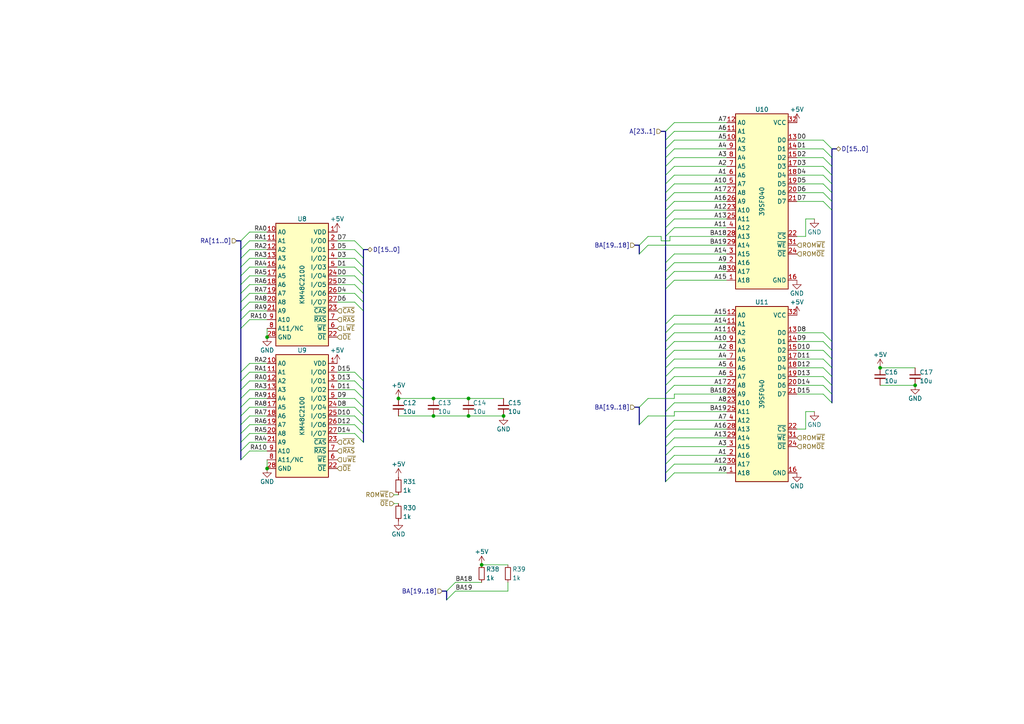
<source format=kicad_sch>
(kicad_sch (version 20231120) (generator "eeschema") (generator_version "8.0")
  (paper "A4")
  (title_block (title "WarpSE (GW4410A)") (date "2024-04-23") (rev "1.0") (company "Garrett's Workshop"))
  (lib_symbols
    (symbol "Device:C_Small" (pin_numbers hide) (pin_names (offset 0.254) hide)
      (property "Reference" "C" (at 0.254 1.778 0))
      (property "Value" "C_Small" (at 0.254 -2.032 0))
      (symbol "C_Small_0_1"
        (polyline (pts (xy -1.524 -0.508) (xy 1.524 -0.508)) (stroke (width 0.3302)))
        (polyline (pts (xy -1.524 0.508) (xy 1.524 0.508)) (stroke (width 0.3048)))
      )
      (symbol "C_Small_1_1"
        (pin passive line (at 0 2.54 270) (length 2.032) (name "~") (number "1"))
        (pin passive line (at 0 -2.54 90) (length 2.032) (name "~") (number "2"))
      )
    )
    (symbol "Device:R_Small" (pin_numbers hide) (pin_names (offset 0.254) hide)
      (property "Reference" "R" (at 0.762 0.508 0))
      (property "Value" "R_Small" (at 0.762 -1.016 0))
      (symbol "R_Small_0_1"
        (rectangle (start -0.762 1.778) (end 0.762 -1.778) (stroke (width 0.2032)))
      )
      (symbol "R_Small_1_1"
        (pin passive line (at 0 2.54 270) (length 0.762) (name "~") (number "1"))
        (pin passive line (at 0 -2.54 90) (length 0.762) (name "~") (number "2"))
      )
    )
    (symbol "GW_RAM:DRAM-2Mx8-SOP-28"
      (property "Reference" "U" (at 0 19.05 0))
      (property "Value" "DRAM-2Mx8-SOP-28" (at 0 0 90))
      (symbol "DRAM-2Mx8-SOP-28_0_1"
        (rectangle (start -7.62 17.78) (end 7.62 -17.78) (stroke (width 0.254)) (fill (type background)))
      )
      (symbol "DRAM-2Mx8-SOP-28_1_1"
        (pin power_in line (at 10.16 15.24 180) (length 2.54) (name "VDD") (number "1"))
        (pin input line (at -10.16 15.24 0) (length 2.54) (name "A0") (number "10"))
        (pin input line (at -10.16 12.7 0) (length 2.54) (name "A1") (number "11"))
        (pin input line (at -10.16 10.16 0) (length 2.54) (name "A2") (number "12"))
        (pin input line (at -10.16 7.62 0) (length 2.54) (name "A3") (number "13"))
        (pin power_in line (at 10.16 15.24 180) (length 2.54) hide (name "VDD") (number "14"))
        (pin power_in line (at -10.16 -15.24 0) (length 2.54) hide (name "GND") (number "15"))
        (pin input line (at -10.16 5.08 0) (length 2.54) (name "A4") (number "16"))
        (pin input line (at -10.16 2.54 0) (length 2.54) (name "A5") (number "17"))
        (pin input line (at -10.16 0 0) (length 2.54) (name "A6") (number "18"))
        (pin input line (at -10.16 -2.54 0) (length 2.54) (name "A7") (number "19"))
        (pin bidirectional line (at 10.16 12.7 180) (length 2.54) (name "I/O0") (number "2"))
        (pin input line (at -10.16 -5.08 0) (length 2.54) (name "A8") (number "20"))
        (pin input line (at -10.16 -7.62 0) (length 2.54) (name "A9") (number "21"))
        (pin input line (at 10.16 -15.24 180) (length 2.54) (name "~{OE}") (number "22"))
        (pin input line (at 10.16 -7.62 180) (length 2.54) (name "~{CAS}") (number "23"))
        (pin bidirectional line (at 10.16 2.54 180) (length 2.54) (name "I/O4") (number "24"))
        (pin bidirectional line (at 10.16 0 180) (length 2.54) (name "I/O5") (number "25"))
        (pin bidirectional line (at 10.16 -2.54 180) (length 2.54) (name "I/O6") (number "26"))
        (pin bidirectional line (at 10.16 -5.08 180) (length 2.54) (name "I/O7") (number "27"))
        (pin power_in line (at -10.16 -15.24 0) (length 2.54) (name "GND") (number "28"))
        (pin bidirectional line (at 10.16 10.16 180) (length 2.54) (name "I/O1") (number "3"))
        (pin bidirectional line (at 10.16 7.62 180) (length 2.54) (name "I/O2") (number "4"))
        (pin bidirectional line (at 10.16 5.08 180) (length 2.54) (name "I/O3") (number "5"))
        (pin input line (at 10.16 -12.7 180) (length 2.54) (name "~{WE}") (number "6"))
        (pin input line (at 10.16 -10.16 180) (length 2.54) (name "~{RAS}") (number "7"))
        (pin input line (at -10.16 -12.7 0) (length 2.54) (name "A11/NC") (number "8"))
        (pin input line (at -10.16 -10.16 0) (length 2.54) (name "A10") (number "9"))
      )
    )
    (symbol "GW_RAM:Flash-512Kx8-PLCC-32"
      (property "Reference" "U" (at 0 26.67 0))
      (property "Value" "Flash-512Kx8-PLCC-32" (at 0 0 90))
      (symbol "Flash-512Kx8-PLCC-32_0_0"
        (pin power_in line (at 10.16 -22.86 180) (length 2.54) (name "GND") (number "16"))
        (pin power_in line (at 10.16 22.86 180) (length 2.54) (name "VCC") (number "32"))
      )
      (symbol "Flash-512Kx8-PLCC-32_0_1"
        (rectangle (start -7.62 25.4) (end 7.62 -25.4) (stroke (width 0.254)) (fill (type background)))
      )
      (symbol "Flash-512Kx8-PLCC-32_1_1"
        (pin input line (at -10.16 -22.86 0) (length 2.54) (name "A18") (number "1"))
        (pin input line (at -10.16 17.78 0) (length 2.54) (name "A2") (number "10"))
        (pin input line (at -10.16 20.32 0) (length 2.54) (name "A1") (number "11"))
        (pin input line (at -10.16 22.86 0) (length 2.54) (name "A0") (number "12"))
        (pin bidirectional line (at 10.16 17.78 180) (length 2.54) (name "D0") (number "13"))
        (pin bidirectional line (at 10.16 15.24 180) (length 2.54) (name "D1") (number "14"))
        (pin bidirectional line (at 10.16 12.7 180) (length 2.54) (name "D2") (number "15"))
        (pin bidirectional line (at 10.16 10.16 180) (length 2.54) (name "D3") (number "17"))
        (pin bidirectional line (at 10.16 7.62 180) (length 2.54) (name "D4") (number "18"))
        (pin bidirectional line (at 10.16 5.08 180) (length 2.54) (name "D5") (number "19"))
        (pin input line (at -10.16 -17.78 0) (length 2.54) (name "A16") (number "2"))
        (pin bidirectional line (at 10.16 2.54 180) (length 2.54) (name "D6") (number "20"))
        (pin bidirectional line (at 10.16 0 180) (length 2.54) (name "D7") (number "21"))
        (pin input line (at 10.16 -10.16 180) (length 2.54) (name "~{CS}") (number "22"))
        (pin input line (at -10.16 -2.54 0) (length 2.54) (name "A10") (number "23"))
        (pin input line (at 10.16 -15.24 180) (length 2.54) (name "~{OE}") (number "24"))
        (pin input line (at -10.16 -5.08 0) (length 2.54) (name "A11") (number "25"))
        (pin input line (at -10.16 0 0) (length 2.54) (name "A9") (number "26"))
        (pin input line (at -10.16 2.54 0) (length 2.54) (name "A8") (number "27"))
        (pin input line (at -10.16 -10.16 0) (length 2.54) (name "A13") (number "28"))
        (pin input line (at -10.16 -12.7 0) (length 2.54) (name "A14") (number "29"))
        (pin input line (at -10.16 -15.24 0) (length 2.54) (name "A15") (number "3"))
        (pin input line (at -10.16 -20.32 0) (length 2.54) (name "A17") (number "30"))
        (pin input line (at 10.16 -12.7 180) (length 2.54) (name "~{WE}") (number "31"))
        (pin input line (at -10.16 -7.62 0) (length 2.54) (name "A12") (number "4"))
        (pin input line (at -10.16 5.08 0) (length 2.54) (name "A7") (number "5"))
        (pin input line (at -10.16 7.62 0) (length 2.54) (name "A6") (number "6"))
        (pin input line (at -10.16 10.16 0) (length 2.54) (name "A5") (number "7"))
        (pin input line (at -10.16 12.7 0) (length 2.54) (name "A4") (number "8"))
        (pin input line (at -10.16 15.24 0) (length 2.54) (name "A3") (number "9"))
      )
    )
    (symbol "power:+5V" (power) (pin_names (offset 0))
      (property "Value" "+5V" (at 0 3.556 0))
      (symbol "+5V_0_1"
        (polyline (pts (xy -0.762 1.27) (xy 0 2.54)))
        (polyline (pts (xy 0 0) (xy 0 2.54)))
        (polyline (pts (xy 0 2.54) (xy 0.762 1.27)))
      )
      (symbol "+5V_1_1"
        (pin power_in line (at 0 0 90) (length 0) hide (name "+5V") (number "1"))
      )
    )
    (symbol "power:GND" (power) (pin_names (offset 0))
      (property "Value" "GND" (at 0 -3.81 0))
      (symbol "GND_0_1"
        (polyline (pts (xy 0 0) (xy 0 -1.27) (xy 1.27 -1.27) (xy 0 -2.54) (xy -1.27 -1.27) (xy 0 -1.27)))
      )
      (symbol "GND_1_1"
        (pin power_in line (at 0 0 270) (length 0) hide (name "GND") (number "1"))
      )
    )
  )
  (junction (at 265.43 111.76))
  (junction (at 77.47 97.79))
  (junction (at 115.57 115.57))
  (junction (at 146.05 120.65))
  (junction (at 255.27 106.68))
  (junction (at 125.73 115.57))
  (junction (at 77.47 135.89))
  (junction (at 139.7 163.83))
  (junction (at 135.89 120.65))
  (junction (at 125.73 120.65))
  (junction (at 135.89 115.57))
  (bus_entry (at 105.41 85.09) (size -2.54 -2.54))
  (bus_entry (at 69.85 118.11) (size 2.54 -2.54))
  (bus_entry (at 105.41 87.63) (size -2.54 -2.54))
  (bus_entry (at 105.41 72.39) (size -2.54 -2.54))
  (bus_entry (at 195.58 78.74) (size -2.54 2.54))
  (bus_entry (at 105.41 123.19) (size -2.54 -2.54))
  (bus_entry (at 195.58 96.52) (size -2.54 2.54))
  (bus_entry (at 238.76 50.8) (size 2.54 2.54))
  (bus_entry (at 132.08 168.91) (size -2.54 2.54))
  (bus_entry (at 195.58 132.08) (size -2.54 2.54))
  (bus_entry (at 69.85 80.01) (size 2.54 -2.54))
  (bus_entry (at 69.85 77.47) (size 2.54 -2.54))
  (bus_entry (at 105.41 74.93) (size -2.54 -2.54))
  (bus_entry (at 105.41 113.03) (size -2.54 -2.54))
  (bus_entry (at 195.58 45.72) (size -2.54 2.54))
  (bus_entry (at 195.58 111.76) (size -2.54 2.54))
  (bus_entry (at 69.85 133.35) (size 2.54 -2.54))
  (bus_entry (at 69.85 123.19) (size 2.54 -2.54))
  (bus_entry (at 238.76 58.42) (size 2.54 2.54))
  (bus_entry (at 195.58 99.06) (size -2.54 2.54))
  (bus_entry (at 105.41 125.73) (size -2.54 -2.54))
  (bus_entry (at 238.76 111.76) (size 2.54 2.54))
  (bus_entry (at 69.85 128.27) (size 2.54 -2.54))
  (bus_entry (at 69.85 125.73) (size 2.54 -2.54))
  (bus_entry (at 195.58 91.44) (size -2.54 2.54))
  (bus_entry (at 238.76 96.52) (size 2.54 2.54))
  (bus_entry (at 105.41 128.27) (size -2.54 -2.54))
  (bus_entry (at 238.76 55.88) (size 2.54 2.54))
  (bus_entry (at 105.41 115.57) (size -2.54 -2.54))
  (bus_entry (at 105.41 120.65) (size -2.54 -2.54))
  (bus_entry (at 105.41 90.17) (size -2.54 -2.54))
  (bus_entry (at 105.41 118.11) (size -2.54 -2.54))
  (bus_entry (at 187.96 115.57) (size -2.54 2.54))
  (bus_entry (at 195.58 137.16) (size -2.54 2.54))
  (bus_entry (at 105.41 80.01) (size -2.54 -2.54))
  (bus_entry (at 195.58 129.54) (size -2.54 2.54))
  (bus_entry (at 195.58 73.66) (size -2.54 2.54))
  (bus_entry (at 69.85 92.71) (size 2.54 -2.54))
  (bus_entry (at 238.76 45.72) (size 2.54 2.54))
  (bus_entry (at 195.58 81.28) (size -2.54 2.54))
  (bus_entry (at 195.58 55.88) (size -2.54 2.54))
  (bus_entry (at 69.85 110.49) (size 2.54 -2.54))
  (bus_entry (at 69.85 107.95) (size 2.54 -2.54))
  (bus_entry (at 69.85 74.93) (size 2.54 -2.54))
  (bus_entry (at 195.58 58.42) (size -2.54 2.54))
  (bus_entry (at 195.58 76.2) (size -2.54 2.54))
  (bus_entry (at 69.85 85.09) (size 2.54 -2.54))
  (bus_entry (at 69.85 90.17) (size 2.54 -2.54))
  (bus_entry (at 195.58 121.92) (size -2.54 2.54))
  (bus_entry (at 238.76 43.18) (size 2.54 2.54))
  (bus_entry (at 195.58 106.68) (size -2.54 2.54))
  (bus_entry (at 69.85 87.63) (size 2.54 -2.54))
  (bus_entry (at 105.41 110.49) (size -2.54 -2.54))
  (bus_entry (at 69.85 69.85) (size 2.54 -2.54))
  (bus_entry (at 195.58 109.22) (size -2.54 2.54))
  (bus_entry (at 105.41 82.55) (size -2.54 -2.54))
  (bus_entry (at 238.76 40.64) (size 2.54 2.54))
  (bus_entry (at 69.85 82.55) (size 2.54 -2.54))
  (bus_entry (at 195.58 66.04) (size -2.54 2.54))
  (bus_entry (at 238.76 53.34) (size 2.54 2.54))
  (bus_entry (at 195.58 124.46) (size -2.54 2.54))
  (bus_entry (at 195.58 50.8) (size -2.54 2.54))
  (bus_entry (at 238.76 48.26) (size 2.54 2.54))
  (bus_entry (at 195.58 53.34) (size -2.54 2.54))
  (bus_entry (at 187.96 71.12) (size -2.54 2.54))
  (bus_entry (at 195.58 93.98) (size -2.54 2.54))
  (bus_entry (at 195.58 127) (size -2.54 2.54))
  (bus_entry (at 195.58 38.1) (size -2.54 2.54))
  (bus_entry (at 238.76 104.14) (size 2.54 2.54))
  (bus_entry (at 195.58 35.56) (size -2.54 2.54))
  (bus_entry (at 105.41 77.47) (size -2.54 -2.54))
  (bus_entry (at 238.76 101.6) (size 2.54 2.54))
  (bus_entry (at 195.58 134.62) (size -2.54 2.54))
  (bus_entry (at 187.96 120.65) (size -2.54 2.54))
  (bus_entry (at 195.58 60.96) (size -2.54 2.54))
  (bus_entry (at 195.58 63.5) (size -2.54 2.54))
  (bus_entry (at 195.58 40.64) (size -2.54 2.54))
  (bus_entry (at 238.76 99.06) (size 2.54 2.54))
  (bus_entry (at 187.96 68.58) (size -2.54 2.54))
  (bus_entry (at 69.85 120.65) (size 2.54 -2.54))
  (bus_entry (at 69.85 115.57) (size 2.54 -2.54))
  (bus_entry (at 69.85 113.03) (size 2.54 -2.54))
  (bus_entry (at 195.58 104.14) (size -2.54 2.54))
  (bus_entry (at 238.76 106.68) (size 2.54 2.54))
  (bus_entry (at 132.08 171.45) (size -2.54 2.54))
  (bus_entry (at 238.76 109.22) (size 2.54 2.54))
  (bus_entry (at 69.85 72.39) (size 2.54 -2.54))
  (bus_entry (at 195.58 116.84) (size -2.54 2.54))
  (bus_entry (at 69.85 95.25) (size 2.54 -2.54))
  (bus_entry (at 195.58 43.18) (size -2.54 2.54))
  (bus_entry (at 238.76 114.3) (size 2.54 2.54))
  (bus_entry (at 195.58 101.6) (size -2.54 2.54))
  (bus_entry (at 69.85 130.81) (size 2.54 -2.54))
  (bus_entry (at 195.58 48.26) (size -2.54 2.54))
  (bus (pts (xy 241.3 58.42) (xy 241.3 60.96)))
  (bus (pts (xy 69.85 69.85) (xy 69.85 72.39)))
  (bus (pts (xy 105.41 123.19) (xy 105.41 125.73)))
  (wire (pts (xy 77.47 82.55) (xy 72.39 82.55)))
  (bus (pts (xy 69.85 128.27) (xy 69.85 130.81)))
  (bus (pts (xy 69.85 74.93) (xy 69.85 77.47)))
  (wire (pts (xy 210.82 91.44) (xy 195.58 91.44)))
  (wire (pts (xy 77.47 85.09) (xy 72.39 85.09)))
  (wire (pts (xy 210.82 38.1) (xy 195.58 38.1)))
  (wire (pts (xy 77.47 118.11) (xy 72.39 118.11)))
  (wire (pts (xy 115.57 120.65) (xy 125.73 120.65)))
  (wire (pts (xy 210.82 50.8) (xy 195.58 50.8)))
  (wire (pts (xy 231.14 96.52) (xy 238.76 96.52)))
  (wire (pts (xy 210.82 134.62) (xy 195.58 134.62)))
  (bus (pts (xy 185.42 71.12) (xy 185.42 73.66)))
  (wire (pts (xy 125.73 115.57) (xy 135.89 115.57)))
  (wire (pts (xy 231.14 104.14) (xy 238.76 104.14)))
  (wire (pts (xy 191.77 69.85) (xy 191.77 68.58)))
  (wire (pts (xy 77.47 105.41) (xy 72.39 105.41)))
  (wire (pts (xy 77.47 113.03) (xy 72.39 113.03)))
  (wire (pts (xy 195.58 114.3) (xy 210.82 114.3)))
  (wire (pts (xy 135.89 115.57) (xy 146.05 115.57)))
  (wire (pts (xy 210.82 99.06) (xy 195.58 99.06)))
  (wire (pts (xy 210.82 35.56) (xy 195.58 35.56)))
  (bus (pts (xy 193.04 43.18) (xy 193.04 45.72)))
  (bus (pts (xy 193.04 124.46) (xy 193.04 127)))
  (wire (pts (xy 132.08 168.91) (xy 139.7 168.91)))
  (wire (pts (xy 210.82 55.88) (xy 195.58 55.88)))
  (wire (pts (xy 231.14 48.26) (xy 238.76 48.26)))
  (wire (pts (xy 187.96 115.57) (xy 195.58 115.57)))
  (bus (pts (xy 241.3 101.6) (xy 241.3 104.14)))
  (bus (pts (xy 241.3 55.88) (xy 241.3 58.42)))
  (bus (pts (xy 241.3 48.26) (xy 241.3 50.8)))
  (bus (pts (xy 241.3 50.8) (xy 241.3 53.34)))
  (bus (pts (xy 105.41 74.93) (xy 105.41 77.47)))
  (wire (pts (xy 77.47 92.71) (xy 72.39 92.71)))
  (wire (pts (xy 231.14 111.76) (xy 238.76 111.76)))
  (bus (pts (xy 193.04 134.62) (xy 193.04 137.16)))
  (bus (pts (xy 184.15 118.11) (xy 185.42 118.11)))
  (bus (pts (xy 69.85 118.11) (xy 69.85 120.65)))
  (wire (pts (xy 195.58 119.38) (xy 195.58 120.65)))
  (bus (pts (xy 193.04 38.1) (xy 193.04 40.64)))
  (wire (pts (xy 114.3 143.51) (xy 115.57 143.51)))
  (bus (pts (xy 193.04 111.76) (xy 193.04 114.3)))
  (wire (pts (xy 210.82 96.52) (xy 195.58 96.52)))
  (bus (pts (xy 69.85 123.19) (xy 69.85 125.73)))
  (wire (pts (xy 77.47 90.17) (xy 72.39 90.17)))
  (bus (pts (xy 242.57 43.18) (xy 241.3 43.18)))
  (wire (pts (xy 236.22 119.38) (xy 233.68 119.38)))
  (bus (pts (xy 193.04 129.54) (xy 193.04 132.08)))
  (wire (pts (xy 102.87 72.39) (xy 97.79 72.39)))
  (wire (pts (xy 115.57 115.57) (xy 125.73 115.57)))
  (bus (pts (xy 193.04 50.8) (xy 193.04 53.34)))
  (wire (pts (xy 233.68 63.5) (xy 233.68 68.58)))
  (wire (pts (xy 210.82 76.2) (xy 195.58 76.2)))
  (bus (pts (xy 105.41 120.65) (xy 105.41 123.19)))
  (wire (pts (xy 231.14 53.34) (xy 238.76 53.34)))
  (wire (pts (xy 210.82 53.34) (xy 195.58 53.34)))
  (wire (pts (xy 77.47 72.39) (xy 72.39 72.39)))
  (wire (pts (xy 187.96 120.65) (xy 195.58 120.65)))
  (bus (pts (xy 105.41 113.03) (xy 105.41 115.57)))
  (bus (pts (xy 241.3 114.3) (xy 241.3 116.84)))
  (wire (pts (xy 102.87 110.49) (xy 97.79 110.49)))
  (bus (pts (xy 105.41 90.17) (xy 105.41 110.49)))
  (wire (pts (xy 77.47 67.31) (xy 72.39 67.31)))
  (bus (pts (xy 69.85 82.55) (xy 69.85 85.09)))
  (bus (pts (xy 105.41 85.09) (xy 105.41 87.63)))
  (wire (pts (xy 97.79 118.11) (xy 102.87 118.11)))
  (bus (pts (xy 193.04 66.04) (xy 193.04 68.58)))
  (bus (pts (xy 193.04 109.22) (xy 193.04 111.76)))
  (bus (pts (xy 106.68 72.39) (xy 105.41 72.39)))
  (bus (pts (xy 69.85 92.71) (xy 69.85 95.25)))
  (bus (pts (xy 193.04 40.64) (xy 193.04 43.18)))
  (bus (pts (xy 69.85 95.25) (xy 69.85 107.95)))
  (wire (pts (xy 125.73 120.65) (xy 135.89 120.65)))
  (wire (pts (xy 77.47 107.95) (xy 72.39 107.95)))
  (wire (pts (xy 210.82 137.16) (xy 195.58 137.16)))
  (bus (pts (xy 184.15 71.12) (xy 185.42 71.12)))
  (wire (pts (xy 210.82 109.22) (xy 195.58 109.22)))
  (bus (pts (xy 69.85 130.81) (xy 69.85 133.35)))
  (wire (pts (xy 187.96 71.12) (xy 210.82 71.12)))
  (bus (pts (xy 193.04 63.5) (xy 193.04 66.04)))
  (wire (pts (xy 191.77 69.85) (xy 194.31 69.85)))
  (bus (pts (xy 69.85 90.17) (xy 69.85 92.71)))
  (wire (pts (xy 210.82 66.04) (xy 195.58 66.04)))
  (bus (pts (xy 193.04 53.34) (xy 193.04 55.88)))
  (wire (pts (xy 210.82 106.68) (xy 195.58 106.68)))
  (bus (pts (xy 105.41 110.49) (xy 105.41 113.03)))
  (bus (pts (xy 241.3 104.14) (xy 241.3 106.68)))
  (wire (pts (xy 236.22 63.5) (xy 233.68 63.5)))
  (bus (pts (xy 129.54 171.45) (xy 129.54 173.99)))
  (wire (pts (xy 210.82 58.42) (xy 195.58 58.42)))
  (wire (pts (xy 77.47 77.47) (xy 72.39 77.47)))
  (bus (pts (xy 241.3 60.96) (xy 241.3 99.06)))
  (wire (pts (xy 233.68 119.38) (xy 233.68 124.46)))
  (wire (pts (xy 231.14 55.88) (xy 238.76 55.88)))
  (wire (pts (xy 114.3 146.05) (xy 115.57 146.05)))
  (bus (pts (xy 191.77 38.1) (xy 193.04 38.1)))
  (wire (pts (xy 210.82 111.76) (xy 195.58 111.76)))
  (wire (pts (xy 210.82 45.72) (xy 195.58 45.72)))
  (wire (pts (xy 77.47 120.65) (xy 72.39 120.65)))
  (bus (pts (xy 193.04 45.72) (xy 193.04 48.26)))
  (bus (pts (xy 193.04 104.14) (xy 193.04 106.68)))
  (bus (pts (xy 193.04 101.6) (xy 193.04 104.14)))
  (wire (pts (xy 97.79 85.09) (xy 102.87 85.09)))
  (bus (pts (xy 69.85 72.39) (xy 69.85 74.93)))
  (bus (pts (xy 69.85 120.65) (xy 69.85 123.19)))
  (wire (pts (xy 187.96 68.58) (xy 191.77 68.58)))
  (wire (pts (xy 210.82 43.18) (xy 195.58 43.18)))
  (bus (pts (xy 193.04 137.16) (xy 193.04 139.7)))
  (wire (pts (xy 195.58 119.38) (xy 210.82 119.38)))
  (wire (pts (xy 77.47 87.63) (xy 72.39 87.63)))
  (wire (pts (xy 210.82 40.64) (xy 195.58 40.64)))
  (bus (pts (xy 193.04 119.38) (xy 193.04 124.46)))
  (wire (pts (xy 231.14 50.8) (xy 238.76 50.8)))
  (wire (pts (xy 102.87 69.85) (xy 97.79 69.85)))
  (bus (pts (xy 105.41 125.73) (xy 105.41 128.27)))
  (wire (pts (xy 231.14 106.68) (xy 238.76 106.68)))
  (wire (pts (xy 210.82 129.54) (xy 195.58 129.54)))
  (wire (pts (xy 210.82 60.96) (xy 195.58 60.96)))
  (wire (pts (xy 210.82 73.66) (xy 195.58 73.66)))
  (wire (pts (xy 102.87 113.03) (xy 97.79 113.03)))
  (bus (pts (xy 105.41 77.47) (xy 105.41 80.01)))
  (bus (pts (xy 193.04 81.28) (xy 193.04 83.82)))
  (bus (pts (xy 193.04 83.82) (xy 193.04 93.98)))
  (wire (pts (xy 210.82 93.98) (xy 195.58 93.98)))
  (bus (pts (xy 69.85 77.47) (xy 69.85 80.01)))
  (wire (pts (xy 210.82 116.84) (xy 195.58 116.84)))
  (bus (pts (xy 241.3 106.68) (xy 241.3 109.22)))
  (wire (pts (xy 194.31 68.58) (xy 210.82 68.58)))
  (wire (pts (xy 97.79 87.63) (xy 102.87 87.63)))
  (wire (pts (xy 233.68 124.46) (xy 231.14 124.46)))
  (bus (pts (xy 241.3 43.18) (xy 241.3 45.72)))
  (wire (pts (xy 194.31 68.58) (xy 194.31 69.85)))
  (wire (pts (xy 255.27 106.68) (xy 265.43 106.68)))
  (bus (pts (xy 241.3 45.72) (xy 241.3 48.26)))
  (bus (pts (xy 241.3 99.06) (xy 241.3 101.6)))
  (wire (pts (xy 210.82 81.28) (xy 195.58 81.28)))
  (bus (pts (xy 193.04 48.26) (xy 193.04 50.8)))
  (wire (pts (xy 210.82 101.6) (xy 195.58 101.6)))
  (wire (pts (xy 231.14 114.3) (xy 238.76 114.3)))
  (bus (pts (xy 193.04 132.08) (xy 193.04 134.62)))
  (wire (pts (xy 77.47 123.19) (xy 72.39 123.19)))
  (wire (pts (xy 97.79 120.65) (xy 102.87 120.65)))
  (bus (pts (xy 69.85 87.63) (xy 69.85 90.17)))
  (bus (pts (xy 193.04 127) (xy 193.04 129.54)))
  (wire (pts (xy 77.47 74.93) (xy 72.39 74.93)))
  (wire (pts (xy 135.89 120.65) (xy 146.05 120.65)))
  (wire (pts (xy 77.47 69.85) (xy 72.39 69.85)))
  (wire (pts (xy 97.79 123.19) (xy 102.87 123.19)))
  (wire (pts (xy 102.87 77.47) (xy 97.79 77.47)))
  (wire (pts (xy 132.08 171.45) (xy 147.32 171.45)))
  (bus (pts (xy 69.85 125.73) (xy 69.85 128.27)))
  (wire (pts (xy 77.47 125.73) (xy 72.39 125.73)))
  (wire (pts (xy 231.14 101.6) (xy 238.76 101.6)))
  (bus (pts (xy 193.04 76.2) (xy 193.04 78.74)))
  (bus (pts (xy 241.3 109.22) (xy 241.3 111.76)))
  (bus (pts (xy 105.41 115.57) (xy 105.41 118.11)))
  (bus (pts (xy 241.3 53.34) (xy 241.3 55.88)))
  (wire (pts (xy 147.32 171.45) (xy 147.32 168.91)))
  (bus (pts (xy 193.04 55.88) (xy 193.04 58.42)))
  (wire (pts (xy 231.14 99.06) (xy 238.76 99.06)))
  (bus (pts (xy 185.42 118.11) (xy 185.42 123.19)))
  (wire (pts (xy 77.47 128.27) (xy 72.39 128.27)))
  (bus (pts (xy 193.04 68.58) (xy 193.04 76.2)))
  (wire (pts (xy 255.27 111.76) (xy 265.43 111.76)))
  (bus (pts (xy 193.04 78.74) (xy 193.04 81.28)))
  (wire (pts (xy 231.14 109.22) (xy 238.76 109.22)))
  (wire (pts (xy 233.68 68.58) (xy 231.14 68.58)))
  (wire (pts (xy 97.79 80.01) (xy 102.87 80.01)))
  (bus (pts (xy 193.04 96.52) (xy 193.04 99.06)))
  (bus (pts (xy 69.85 80.01) (xy 69.85 82.55)))
  (wire (pts (xy 97.79 82.55) (xy 102.87 82.55)))
  (wire (pts (xy 231.14 45.72) (xy 238.76 45.72)))
  (wire (pts (xy 210.82 132.08) (xy 195.58 132.08)))
  (bus (pts (xy 193.04 99.06) (xy 193.04 101.6)))
  (wire (pts (xy 97.79 107.95) (xy 102.87 107.95)))
  (bus (pts (xy 105.41 82.55) (xy 105.41 85.09)))
  (bus (pts (xy 105.41 87.63) (xy 105.41 90.17)))
  (wire (pts (xy 102.87 115.57) (xy 97.79 115.57)))
  (wire (pts (xy 231.14 40.64) (xy 238.76 40.64)))
  (bus (pts (xy 193.04 106.68) (xy 193.04 109.22)))
  (wire (pts (xy 77.47 110.49) (xy 72.39 110.49)))
  (bus (pts (xy 105.41 72.39) (xy 105.41 74.93)))
  (wire (pts (xy 210.82 104.14) (xy 195.58 104.14)))
  (wire (pts (xy 102.87 74.93) (xy 97.79 74.93)))
  (wire (pts (xy 210.82 127) (xy 195.58 127)))
  (bus (pts (xy 69.85 113.03) (xy 69.85 115.57)))
  (wire (pts (xy 77.47 115.57) (xy 72.39 115.57)))
  (wire (pts (xy 139.7 163.83) (xy 147.32 163.83)))
  (wire (pts (xy 231.14 58.42) (xy 238.76 58.42)))
  (bus (pts (xy 193.04 58.42) (xy 193.04 60.96)))
  (wire (pts (xy 77.47 130.81) (xy 72.39 130.81)))
  (wire (pts (xy 210.82 48.26) (xy 195.58 48.26)))
  (bus (pts (xy 105.41 80.01) (xy 105.41 82.55)))
  (bus (pts (xy 69.85 85.09) (xy 69.85 87.63)))
  (wire (pts (xy 77.47 133.35) (xy 77.47 135.89)))
  (wire (pts (xy 97.79 125.73) (xy 102.87 125.73)))
  (bus (pts (xy 193.04 114.3) (xy 193.04 119.38)))
  (bus (pts (xy 69.85 69.85) (xy 68.58 69.85)))
  (wire (pts (xy 210.82 63.5) (xy 195.58 63.5)))
  (bus (pts (xy 69.85 115.57) (xy 69.85 118.11)))
  (wire (pts (xy 210.82 124.46) (xy 195.58 124.46)))
  (bus (pts (xy 193.04 60.96) (xy 193.04 63.5)))
  (wire (pts (xy 231.14 43.18) (xy 238.76 43.18)))
  (bus (pts (xy 241.3 111.76) (xy 241.3 114.3)))
  (bus (pts (xy 193.04 93.98) (xy 193.04 96.52)))
  (wire (pts (xy 77.47 80.01) (xy 72.39 80.01)))
  (wire (pts (xy 77.47 95.25) (xy 77.47 97.79)))
  (bus (pts (xy 69.85 107.95) (xy 69.85 110.49)))
  (bus (pts (xy 69.85 110.49) (xy 69.85 113.03)))
  (bus (pts (xy 105.41 118.11) (xy 105.41 120.65)))
  (wire (pts (xy 195.58 114.3) (xy 195.58 115.57)))
  (wire (pts (xy 210.82 121.92) (xy 195.58 121.92)))
  (wire (pts (xy 210.82 78.74) (xy 195.58 78.74)))
  (bus (pts (xy 128.27 171.45) (xy 129.54 171.45)))
  (label "A6" (at 210.82 38.1 180))
  (label "D12" (at 231.14 106.68 0))
  (label "A7" (at 210.82 35.56 180))
  (label "A1" (at 210.82 132.08 180))
  (label "A2" (at 210.82 48.26 180))
  (label "RA2" (at 77.47 72.39 180))
  (label "A17" (at 210.82 111.76 180))
  (label "A13" (at 210.82 127 180))
  (label "D10" (at 231.14 101.6 0))
  (label "D5" (at 97.79 72.39 0))
  (label "RA5" (at 77.47 125.73 180))
  (label "A8" (at 210.82 78.74 180))
  (label "D14" (at 231.14 111.76 0))
  (label "A4" (at 210.82 43.18 180))
  (label "A10" (at 210.82 53.34 180))
  (label "RA2" (at 77.47 105.41 180))
  (label "A14" (at 210.82 93.98 180))
  (label "D12" (at 97.79 123.19 0))
  (label "RA8" (at 77.47 118.11 180))
  (label "D11" (at 231.14 104.14 0))
  (label "RA8" (at 77.47 87.63 180))
  (label "RA0" (at 77.47 110.49 180))
  (label "A5" (at 210.82 106.68 180))
  (label "BA18" (at 210.82 114.3 180))
  (label "D4" (at 97.79 85.09 0))
  (label "D6" (at 97.79 87.63 0))
  (label "A13" (at 210.82 63.5 180))
  (label "A11" (at 210.82 66.04 180))
  (label "A16" (at 210.82 124.46 180))
  (label "BA18" (at 210.82 68.58 180))
  (label "D3" (at 97.79 74.93 0))
  (label "D2" (at 97.79 82.55 0))
  (label "A8" (at 210.82 116.84 180))
  (label "D1" (at 231.14 43.18 0))
  (label "RA9" (at 77.47 115.57 180))
  (label "RA7" (at 77.47 120.65 180))
  (label "RA10" (at 77.47 92.71 180))
  (label "A4" (at 210.82 104.14 180))
  (label "A5" (at 210.82 40.64 180))
  (label "RA4" (at 77.47 128.27 180))
  (label "D9" (at 97.79 115.57 0))
  (label "D7" (at 97.79 69.85 0))
  (label "RA6" (at 77.47 82.55 180))
  (label "D8" (at 231.14 96.52 0))
  (label "A7" (at 210.82 121.92 180))
  (label "RA5" (at 77.47 80.01 180))
  (label "RA6" (at 77.47 123.19 180))
  (label "D14" (at 97.79 125.73 0))
  (label "D3" (at 231.14 48.26 0))
  (label "BA18" (at 132.08 168.91 0))
  (label "A16" (at 210.82 58.42 180))
  (label "D6" (at 231.14 55.88 0))
  (label "A9" (at 210.82 76.2 180))
  (label "A2" (at 210.82 101.6 180))
  (label "RA1" (at 77.47 107.95 180))
  (label "D13" (at 231.14 109.22 0))
  (label "BA19" (at 132.08 171.45 0))
  (label "A15" (at 210.82 91.44 180))
  (label "D1" (at 97.79 77.47 0))
  (label "RA1" (at 77.47 69.85 180))
  (label "D15" (at 231.14 114.3 0))
  (label "D2" (at 231.14 45.72 0))
  (label "A6" (at 210.82 109.22 180))
  (label "A14" (at 210.82 73.66 180))
  (label "D4" (at 231.14 50.8 0))
  (label "A11" (at 210.82 96.52 180))
  (label "BA19" (at 210.82 71.12 180))
  (label "RA9" (at 77.47 90.17 180))
  (label "A9" (at 210.82 137.16 180))
  (label "BA19" (at 210.82 119.38 180))
  (label "A15" (at 210.82 81.28 180))
  (label "RA0" (at 77.47 67.31 180))
  (label "A12" (at 210.82 60.96 180))
  (label "RA4" (at 77.47 77.47 180))
  (label "D15" (at 97.79 107.95 0))
  (label "RA7" (at 77.47 85.09 180))
  (label "D11" (at 97.79 113.03 0))
  (label "D9" (at 231.14 99.06 0))
  (label "A17" (at 210.82 55.88 180))
  (label "D0" (at 97.79 80.01 0))
  (label "D13" (at 97.79 110.49 0))
  (label "D5" (at 231.14 53.34 0))
  (label "RA3" (at 77.47 74.93 180))
  (label "A1" (at 210.82 50.8 180))
  (label "A3" (at 210.82 129.54 180))
  (label "RA10" (at 77.47 130.81 180))
  (label "D8" (at 97.79 118.11 0))
  (label "A10" (at 210.82 99.06 180))
  (label "D7" (at 231.14 58.42 0))
  (label "A3" (at 210.82 45.72 180))
  (label "D10" (at 97.79 120.65 0))
  (label "A12" (at 210.82 134.62 180))
  (label "D0" (at 231.14 40.64 0))
  (label "RA3" (at 77.47 113.03 180))
  (hierarchical_label "BA[19..18]" (shape input) (at 184.15 118.11 180))
  (hierarchical_label "D[15..0]" (shape bidirectional) (at 106.68 72.39 0))
  (hierarchical_label "~{OE}" (shape input) (at 97.79 135.89 0))
  (hierarchical_label "BA[19..18]" (shape input) (at 184.15 71.12 180))
  (hierarchical_label "ROM~{OE}" (shape input) (at 231.14 129.54 0))
  (hierarchical_label "U~{WE}" (shape input) (at 97.79 133.35 0))
  (hierarchical_label "L~{WE}" (shape input) (at 97.79 95.25 0))
  (hierarchical_label "BA[19..18]" (shape input) (at 128.27 171.45 180))
  (hierarchical_label "ROM~{WE}" (shape input) (at 231.14 127 0))
  (hierarchical_label "D[15..0]" (shape bidirectional) (at 242.57 43.18 0))
  (hierarchical_label "~{CAS}" (shape input) (at 97.79 90.17 0))
  (hierarchical_label "~{RAS}" (shape input) (at 97.79 92.71 0))
  (hierarchical_label "~{OE}" (shape input) (at 97.79 97.79 0))
  (hierarchical_label "ROM~{WE}" (shape input) (at 231.14 71.12 0))
  (hierarchical_label "ROM~{OE}" (shape input) (at 231.14 73.66 0))
  (hierarchical_label "ROM~{WE}" (shape input) (at 114.3 143.51 180))
  (hierarchical_label "~{OE}" (shape input) (at 114.3 146.05 180))
  (hierarchical_label "RA[11..0]" (shape input) (at 68.58 69.85 180))
  (hierarchical_label "~{RAS}" (shape input) (at 97.79 130.81 0))
  (hierarchical_label "A[23..1]" (shape input) (at 191.77 38.1 180))
  (hierarchical_label "~{CAS}" (shape input) (at 97.79 128.27 0))
  (symbol (lib_id "GW_RAM:DRAM-2Mx8-SOP-28") (at 87.63 82.55 0) (unit 1)
    (property "Reference" "U8" (at 87.63 63.5 0))
    (property "Value" "KM48C2100" (at 87.63 82.55 90))
    (property "Footprint" "stdpads:SOJ-28_300mil" (effects (hide yes)))
  )
  (symbol (lib_id "power:GND") (at 77.47 97.79 0) (unit 1)
    (property "Reference" "#PWR0133" (effects (hide yes)))
    (property "Value" "GND" (at 77.47 101.6 0))
  )
  (symbol (lib_id "GW_RAM:DRAM-2Mx8-SOP-28") (at 87.63 120.65 0) (unit 1)
    (property "Reference" "U9" (at 87.63 101.6 0))
    (property "Value" "KM48C2100" (at 87.63 120.65 90))
    (property "Footprint" "stdpads:SOJ-28_300mil" (effects (hide yes)))
  )
  (symbol (lib_id "power:GND") (at 77.47 135.89 0) (unit 1)
    (property "Reference" "#PWR0134" (effects (hide yes)))
    (property "Value" "GND" (at 77.47 139.7 0))
  )
  (symbol (lib_id "power:+5V") (at 115.57 115.57 0) (unit 1)
    (property "Reference" "#PWR0138" (effects (hide yes)))
    (property "Value" "+5V" (at 115.57 111.76 0))
  )
  (symbol (lib_id "Device:C_Small") (at 125.73 118.11 0) (unit 1)
    (property "Reference" "C13" (at 127 116.84 0) (effects (justify left)))
    (property "Value" "10u" (at 127 119.38 0) (effects (justify left)))
    (property "Footprint" "stdpads:C_0805" (effects (hide yes)))
    (property "LCSC Part" "C15850" (effects (hide yes)))
  )
  (symbol (lib_id "Device:C_Small") (at 115.57 118.11 0) (unit 1)
    (property "Reference" "C12" (at 116.84 116.84 0) (effects (justify left)))
    (property "Value" "10u" (at 116.84 119.38 0) (effects (justify left)))
    (property "Footprint" "stdpads:C_0805" (effects (hide yes)))
    (property "LCSC Part" "C15850" (effects (hide yes)))
  )
  (symbol (lib_id "Device:C_Small") (at 135.89 118.11 0) (unit 1)
    (property "Reference" "C14" (at 137.16 116.84 0) (effects (justify left)))
    (property "Value" "10u" (at 137.16 119.38 0) (effects (justify left)))
    (property "Footprint" "stdpads:C_0805" (effects (hide yes)))
    (property "LCSC Part" "C15850" (effects (hide yes)))
  )
  (symbol (lib_id "Device:C_Small") (at 146.05 118.11 0) (unit 1)
    (property "Reference" "C15" (at 147.32 116.84 0) (effects (justify left)))
    (property "Value" "10u" (at 147.32 119.38 0) (effects (justify left)))
    (property "Footprint" "stdpads:C_0805" (effects (hide yes)))
    (property "LCSC Part" "C15850" (effects (hide yes)))
  )
  (symbol (lib_id "GW_RAM:Flash-512Kx8-PLCC-32") (at 220.98 58.42 0) (unit 1)
    (property "Reference" "U10" (at 220.98 31.75 0))
    (property "Value" "39SF040" (at 220.98 58.42 90))
    (property "Footprint" "stdpads:PLCC-32" (effects (hide yes)))
    (property "LCSC Part" "C645935" (effects (hide yes)))
  )
  (symbol (lib_id "power:GND") (at 231.14 81.28 0) (unit 1)
    (property "Reference" "#PWR0141" (effects (hide yes)))
    (property "Value" "GND" (at 231.14 85.09 0))
  )
  (symbol (lib_id "power:GND") (at 231.14 137.16 0) (unit 1)
    (property "Reference" "#PWR0142" (effects (hide yes)))
    (property "Value" "GND" (at 231.14 140.97 0))
  )
  (symbol (lib_id "GW_RAM:Flash-512Kx8-PLCC-32") (at 220.98 114.3 0) (unit 1)
    (property "Reference" "U11" (at 220.98 87.63 0))
    (property "Value" "39SF040" (at 220.98 114.3 90))
    (property "Footprint" "stdpads:PLCC-32" (effects (hide yes)))
    (property "LCSC Part" "C645935" (effects (hide yes)))
  )
  (symbol (lib_id "power:+5V") (at 255.27 106.68 0) (unit 1)
    (property "Reference" "#PWR0145" (effects (hide yes)))
    (property "Value" "+5V" (at 255.27 102.87 0))
  )
  (symbol (lib_id "Device:C_Small") (at 265.43 109.22 0) (unit 1)
    (property "Reference" "C17" (at 266.7 107.95 0) (effects (justify left)))
    (property "Value" "10u" (at 266.7 110.49 0) (effects (justify left)))
    (property "Footprint" "stdpads:C_0805" (effects (hide yes)))
    (property "LCSC Part" "C15850" (effects (hide yes)))
  )
  (symbol (lib_id "Device:C_Small") (at 255.27 109.22 0) (unit 1)
    (property "Reference" "C16" (at 256.54 107.95 0) (effects (justify left)))
    (property "Value" "10u" (at 256.54 110.49 0) (effects (justify left)))
    (property "Footprint" "stdpads:C_0805" (effects (hide yes)))
    (property "LCSC Part" "C15850" (effects (hide yes)))
  )
  (symbol (lib_id "power:+5V") (at 97.79 67.31 0) (unit 1)
    (property "Reference" "#PWR0105" (effects (hide yes)))
    (property "Value" "+5V" (at 97.79 63.5 0))
  )
  (symbol (lib_id "power:+5V") (at 97.79 105.41 0) (unit 1)
    (property "Reference" "#PWR0119" (effects (hide yes)))
    (property "Value" "+5V" (at 97.79 101.6 0))
  )
  (symbol (lib_id "power:+5V") (at 231.14 35.56 0) (unit 1)
    (property "Reference" "#PWR0120" (effects (hide yes)))
    (property "Value" "+5V" (at 231.14 31.75 0))
  )
  (symbol (lib_id "power:+5V") (at 231.14 91.44 0) (unit 1)
    (property "Reference" "#PWR0121" (effects (hide yes)))
    (property "Value" "+5V" (at 231.14 87.63 0))
  )
  (symbol (lib_id "Device:R_Small") (at 115.57 140.97 180) (unit 1)
    (property "Reference" "R31" (at 116.84 139.7 0) (effects (justify right)))
    (property "Value" "1k" (at 116.84 142.24 0) (effects (justify right)))
    (property "Footprint" "stdpads:R_0603" (effects (hide yes)))
    (property "LCSC Part" "C21190" (effects (hide yes)))
  )
  (symbol (lib_id "power:GND") (at 236.22 119.38 0) (unit 1)
    (property "Reference" "#PWR010" (effects (hide yes)))
    (property "Value" "GND" (at 236.22 123.19 0))
  )
  (symbol (lib_id "power:GND") (at 236.22 63.5 0) (unit 1)
    (property "Reference" "#PWR014" (effects (hide yes)))
    (property "Value" "GND" (at 236.22 67.31 0))
  )
  (symbol (lib_id "Device:R_Small") (at 139.7 166.37 180) (unit 1)
    (property "Reference" "R38" (at 140.97 165.1 0) (effects (justify right)))
    (property "Value" "1k" (at 140.97 167.64 0) (effects (justify right)))
    (property "Footprint" "stdpads:R_0603" (effects (hide yes)))
    (property "LCSC Part" "C21190" (effects (hide yes)))
  )
  (symbol (lib_id "Device:R_Small") (at 115.57 148.59 180) (unit 1)
    (property "Reference" "R30" (at 116.84 147.32 0) (effects (justify right)))
    (property "Value" "1k" (at 116.84 149.86 0) (effects (justify right)))
    (property "Footprint" "stdpads:R_0603" (effects (hide yes)))
    (property "LCSC Part" "C21190" (effects (hide yes)))
  )
  (symbol (lib_id "power:GND") (at 265.43 111.76 0) (unit 1)
    (property "Reference" "#PWR0135" (effects (hide yes)))
    (property "Value" "GND" (at 265.43 115.57 0))
  )
  (symbol (lib_id "power:GND") (at 115.57 151.13 0) (unit 1)
    (property "Reference" "#PWR041" (effects (hide yes)))
    (property "Value" "GND" (at 115.57 154.94 0))
  )
  (symbol (lib_id "Device:R_Small") (at 147.32 166.37 180) (unit 1)
    (property "Reference" "R39" (at 148.59 165.1 0) (effects (justify right)))
    (property "Value" "1k" (at 148.59 167.64 0) (effects (justify right)))
    (property "Footprint" "stdpads:R_0603" (effects (hide yes)))
    (property "LCSC Part" "C21190" (effects (hide yes)))
  )
  (symbol (lib_id "power:+5V") (at 115.57 138.43 0) (unit 1)
    (property "Reference" "#PWR042" (effects (hide yes)))
    (property "Value" "+5V" (at 115.57 134.62 0))
  )
  (symbol (lib_id "power:GND") (at 146.05 120.65 0) (unit 1)
    (property "Reference" "#PWR0132" (effects (hide yes)))
    (property "Value" "GND" (at 146.05 124.46 0))
  )
  (symbol (lib_id "power:+5V") (at 139.7 163.83 0) (unit 1)
    (property "Reference" "#PWR050" (effects (hide yes)))
    (property "Value" "+5V" (at 139.7 160.02 0))
  )
)
</source>
